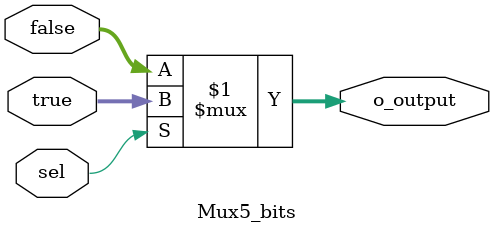
<source format=v>
module Mux5_bits(
    input wire [4:0] false,
    input wire [4:0] true,
    input wire sel,
    output wire [4:0] o_output 
);

  assign o_output = sel ? true : false;

endmodule

</source>
